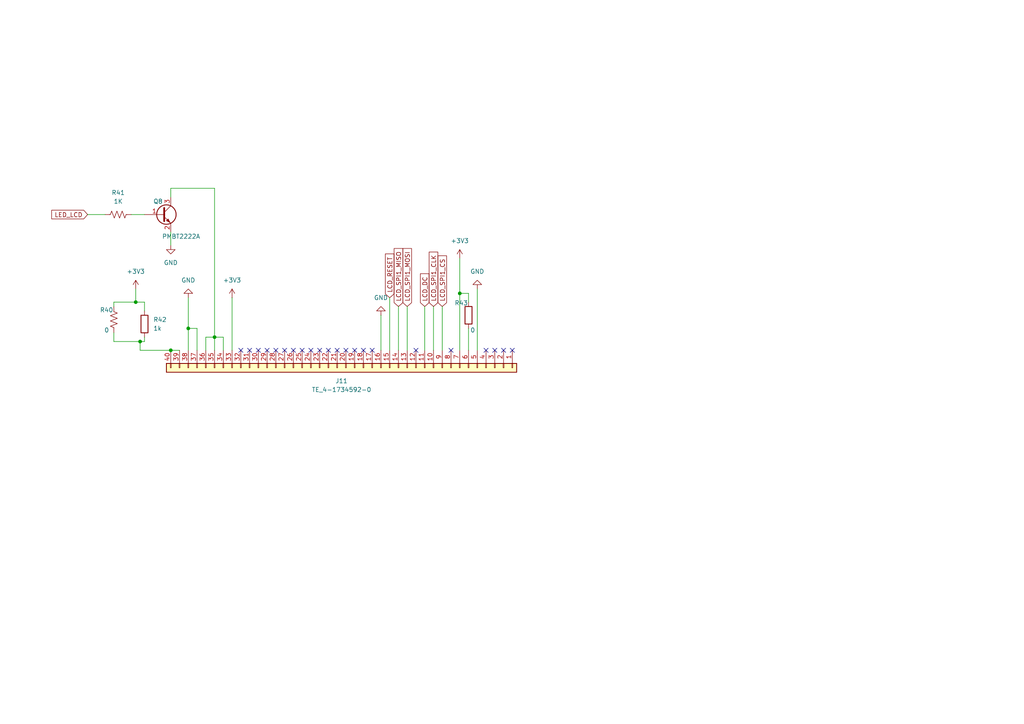
<source format=kicad_sch>
(kicad_sch (version 20250114) (generator "eeschema") (generator_version "9.0")
  (paper "A4")
  (lib_symbols
    (symbol "Connector_Generic:Conn_01x40" (pin_names (offset 1.016) (hide yes))
      (property "Reference" "J" (at 0 50.8 0))
      (property "Value" "Conn_01x40" (at 0 -53.34 0))
      (symbol "Conn_01x40_1_1"
        (rectangle (start -1.27 49.53) (end 1.27 -52.07) (stroke (width 0.254)) (fill (type background)))
        (rectangle (start -1.27 48.387) (end 0 48.133) (stroke (width 0.1524)))
        (rectangle (start -1.27 45.847) (end 0 45.593) (stroke (width 0.1524)))
        (rectangle (start -1.27 43.307) (end 0 43.053) (stroke (width 0.1524)))
        (rectangle (start -1.27 40.767) (end 0 40.513) (stroke (width 0.1524)))
        (rectangle (start -1.27 38.227) (end 0 37.973) (stroke (width 0.1524)))
        (rectangle (start -1.27 35.687) (end 0 35.433) (stroke (width 0.1524)))
        (rectangle (start -1.27 33.147) (end 0 32.893) (stroke (width 0.1524)))
        (rectangle (start -1.27 30.607) (end 0 30.353) (stroke (width 0.1524)))
        (rectangle (start -1.27 28.067) (end 0 27.813) (stroke (width 0.1524)))
        (rectangle (start -1.27 25.527) (end 0 25.273) (stroke (width 0.1524)))
        (rectangle (start -1.27 22.987) (end 0 22.733) (stroke (width 0.1524)))
        (rectangle (start -1.27 20.447) (end 0 20.193) (stroke (width 0.1524)))
        (rectangle (start -1.27 17.907) (end 0 17.653) (stroke (width 0.1524)))
        (rectangle (start -1.27 15.367) (end 0 15.113) (stroke (width 0.1524)))
        (rectangle (start -1.27 12.827) (end 0 12.573) (stroke (width 0.1524)))
        (rectangle (start -1.27 10.287) (end 0 10.033) (stroke (width 0.1524)))
        (rectangle (start -1.27 7.747) (end 0 7.493) (stroke (width 0.1524)))
        (rectangle (start -1.27 5.207) (end 0 4.953) (stroke (width 0.1524)))
        (rectangle (start -1.27 2.667) (end 0 2.413) (stroke (width 0.1524)))
        (rectangle (start -1.27 0.127) (end 0 -0.127) (stroke (width 0.1524)))
        (rectangle (start -1.27 -2.413) (end 0 -2.667) (stroke (width 0.1524)))
        (rectangle (start -1.27 -4.953) (end 0 -5.207) (stroke (width 0.1524)))
        (rectangle (start -1.27 -7.493) (end 0 -7.747) (stroke (width 0.1524)))
        (rectangle (start -1.27 -10.033) (end 0 -10.287) (stroke (width 0.1524)))
        (rectangle (start -1.27 -12.573) (end 0 -12.827) (stroke (width 0.1524)))
        (rectangle (start -1.27 -15.113) (end 0 -15.367) (stroke (width 0.1524)))
        (rectangle (start -1.27 -17.653) (end 0 -17.907) (stroke (width 0.1524)))
        (rectangle (start -1.27 -20.193) (end 0 -20.447) (stroke (width 0.1524)))
        (rectangle (start -1.27 -22.733) (end 0 -22.987) (stroke (width 0.1524)))
        (rectangle (start -1.27 -25.273) (end 0 -25.527) (stroke (width 0.1524)))
        (rectangle (start -1.27 -27.813) (end 0 -28.067) (stroke (width 0.1524)))
        (rectangle (start -1.27 -30.353) (end 0 -30.607) (stroke (width 0.1524)))
        (rectangle (start -1.27 -32.893) (end 0 -33.147) (stroke (width 0.1524)))
        (rectangle (start -1.27 -35.433) (end 0 -35.687) (stroke (width 0.1524)))
        (rectangle (start -1.27 -37.973) (end 0 -38.227) (stroke (width 0.1524)))
        (rectangle (start -1.27 -40.513) (end 0 -40.767) (stroke (width 0.1524)))
        (rectangle (start -1.27 -43.053) (end 0 -43.307) (stroke (width 0.1524)))
        (rectangle (start -1.27 -45.593) (end 0 -45.847) (stroke (width 0.1524)))
        (rectangle (start -1.27 -48.133) (end 0 -48.387) (stroke (width 0.1524)))
        (rectangle (start -1.27 -50.673) (end 0 -50.927) (stroke (width 0.1524)))
        (pin passive line (at -5.08 48.26 0) (length 3.81) (name "Pin_1") (number "1"))
        (pin passive line (at -5.08 45.72 0) (length 3.81) (name "Pin_2") (number "2"))
        (pin passive line (at -5.08 43.18 0) (length 3.81) (name "Pin_3") (number "3"))
        (pin passive line (at -5.08 40.64 0) (length 3.81) (name "Pin_4") (number "4"))
        (pin passive line (at -5.08 38.1 0) (length 3.81) (name "Pin_5") (number "5"))
        (pin passive line (at -5.08 35.56 0) (length 3.81) (name "Pin_6") (number "6"))
        (pin passive line (at -5.08 33.02 0) (length 3.81) (name "Pin_7") (number "7"))
        (pin passive line (at -5.08 30.48 0) (length 3.81) (name "Pin_8") (number "8"))
        (pin passive line (at -5.08 27.94 0) (length 3.81) (name "Pin_9") (number "9"))
        (pin passive line (at -5.08 25.4 0) (length 3.81) (name "Pin_10") (number "10"))
        (pin passive line (at -5.08 22.86 0) (length 3.81) (name "Pin_11") (number "11"))
        (pin passive line (at -5.08 20.32 0) (length 3.81) (name "Pin_12") (number "12"))
        (pin passive line (at -5.08 17.78 0) (length 3.81) (name "Pin_13") (number "13"))
        (pin passive line (at -5.08 15.24 0) (length 3.81) (name "Pin_14") (number "14"))
        (pin passive line (at -5.08 12.7 0) (length 3.81) (name "Pin_15") (number "15"))
        (pin passive line (at -5.08 10.16 0) (length 3.81) (name "Pin_16") (number "16"))
        (pin passive line (at -5.08 7.62 0) (length 3.81) (name "Pin_17") (number "17"))
        (pin passive line (at -5.08 5.08 0) (length 3.81) (name "Pin_18") (number "18"))
        (pin passive line (at -5.08 2.54 0) (length 3.81) (name "Pin_19") (number "19"))
        (pin passive line (at -5.08 0 0) (length 3.81) (name "Pin_20") (number "20"))
        (pin passive line (at -5.08 -2.54 0) (length 3.81) (name "Pin_21") (number "21"))
        (pin passive line (at -5.08 -5.08 0) (length 3.81) (name "Pin_22") (number "22"))
        (pin passive line (at -5.08 -7.62 0) (length 3.81) (name "Pin_23") (number "23"))
        (pin passive line (at -5.08 -10.16 0) (length 3.81) (name "Pin_24") (number "24"))
        (pin passive line (at -5.08 -12.7 0) (length 3.81) (name "Pin_25") (number "25"))
        (pin passive line (at -5.08 -15.24 0) (length 3.81) (name "Pin_26") (number "26"))
        (pin passive line (at -5.08 -17.78 0) (length 3.81) (name "Pin_27") (number "27"))
        (pin passive line (at -5.08 -20.32 0) (length 3.81) (name "Pin_28") (number "28"))
        (pin passive line (at -5.08 -22.86 0) (length 3.81) (name "Pin_29") (number "29"))
        (pin passive line (at -5.08 -25.4 0) (length 3.81) (name "Pin_30") (number "30"))
        (pin passive line (at -5.08 -27.94 0) (length 3.81) (name "Pin_31") (number "31"))
        (pin passive line (at -5.08 -30.48 0) (length 3.81) (name "Pin_32") (number "32"))
        (pin passive line (at -5.08 -33.02 0) (length 3.81) (name "Pin_33") (number "33"))
        (pin passive line (at -5.08 -35.56 0) (length 3.81) (name "Pin_34") (number "34"))
        (pin passive line (at -5.08 -38.1 0) (length 3.81) (name "Pin_35") (number "35"))
        (pin passive line (at -5.08 -40.64 0) (length 3.81) (name "Pin_36") (number "36"))
        (pin passive line (at -5.08 -43.18 0) (length 3.81) (name "Pin_37") (number "37"))
        (pin passive line (at -5.08 -45.72 0) (length 3.81) (name "Pin_38") (number "38"))
        (pin passive line (at -5.08 -48.26 0) (length 3.81) (name "Pin_39") (number "39"))
        (pin passive line (at -5.08 -50.8 0) (length 3.81) (name "Pin_40") (number "40"))
      )
    )
    (symbol "Device:Q_NPN_BEC" (pin_names (offset 0) (hide yes))
      (property "Reference" "Q" (at 5.08 1.27 0))
      (property "Value" "Q_NPN_BEC" (at 5.08 -1.27 0))
      (symbol "Q_NPN_BEC_0_1"
        (polyline (pts (xy 0.635 1.905) (xy 0.635 -1.905) (xy 0.635 -1.905)) (stroke (width 0.508)))
        (polyline (pts (xy 0.635 0.635) (xy 2.54 2.54)))
        (polyline (pts (xy 0.635 -0.635) (xy 2.54 -2.54) (xy 2.54 -2.54)))
        (circle (center 1.27 0) (radius 2.8194) (stroke (width 0.254)))
        (polyline (pts (xy 1.27 -1.778) (xy 1.778 -1.27) (xy 2.286 -2.286) (xy 1.27 -1.778) (xy 1.27 -1.778)) (fill (type outline)))
      )
      (symbol "Q_NPN_BEC_1_1"
        (pin input line (at -5.08 0 0) (length 5.715) (name "B") (number "1"))
        (pin passive line (at 2.54 5.08 270) (length 2.54) (name "C") (number "3"))
        (pin passive line (at 2.54 -5.08 90) (length 2.54) (name "E") (number "2"))
      )
    )
    (symbol "Device:R" (pin_numbers (hide yes)) (pin_names (offset 0))
      (property "Reference" "R" (at 2.032 0 90))
      (property "Value" "R" (at 0 0 90))
      (symbol "R_0_1"
        (rectangle (start -1.016 -2.54) (end 1.016 2.54) (stroke (width 0.254)))
      )
      (symbol "R_1_1"
        (pin passive line (at 0 3.81 270) (length 1.27) (name "~") (number "1"))
        (pin passive line (at 0 -3.81 90) (length 1.27) (name "~") (number "2"))
      )
    )
    (symbol "Device:R_US" (pin_numbers (hide yes)) (pin_names (offset 0))
      (property "Reference" "R" (at 2.54 0 90))
      (property "Value" "R_US" (at -2.54 0 90))
      (symbol "R_US_0_1"
        (polyline (pts (xy 0 2.286) (xy 0 2.54)))
        (polyline (pts (xy 0 2.286) (xy 1.016 1.905) (xy 0 1.524) (xy -1.016 1.143) (xy 0 0.762)))
        (polyline (pts (xy 0 0.762) (xy 1.016 0.381) (xy 0 0) (xy -1.016 -0.381) (xy 0 -0.762)))
        (polyline (pts (xy 0 -0.762) (xy 1.016 -1.143) (xy 0 -1.524) (xy -1.016 -1.905) (xy 0 -2.286)))
        (polyline (pts (xy 0 -2.286) (xy 0 -2.54)))
      )
      (symbol "R_US_1_1"
        (pin passive line (at 0 3.81 270) (length 1.27) (name "~") (number "1"))
        (pin passive line (at 0 -3.81 90) (length 1.27) (name "~") (number "2"))
      )
    )
    (symbol "power:+3V3" (power) (pin_numbers (hide yes)) (pin_names (offset 0) (hide yes))
      (property "Value" "+3V3" (at 0 3.556 0))
      (symbol "+3V3_0_1"
        (polyline (pts (xy -0.762 1.27) (xy 0 2.54)))
        (polyline (pts (xy 0 2.54) (xy 0.762 1.27)))
        (polyline (pts (xy 0 0) (xy 0 2.54)))
      )
      (symbol "+3V3_1_1"
        (pin power_in line (at 0 0 90) (length 0) (name "~") (number "1"))
      )
    )
    (symbol "power:GND" (power) (pin_numbers (hide yes)) (pin_names (offset 0) (hide yes))
      (property "Value" "GND" (at 0 -3.81 0))
      (symbol "GND_0_1"
        (polyline (pts (xy 0 0) (xy 0 -1.27) (xy 1.27 -1.27) (xy 0 -2.54) (xy -1.27 -1.27) (xy 0 -1.27)))
      )
      (symbol "GND_1_1"
        (pin power_in line (at 0 0 270) (length 0) (name "~") (number "1"))
      )
    )
  )
  (junction (at 133.35 85.09))
  (junction (at 62.23 97.79))
  (junction (at 40.64 99.06))
  (junction (at 49.53 101.6))
  (junction (at 54.61 95.25))
  (junction (at 39.37 87.63))
  (no_connect (at 92.71 101.6))
  (no_connect (at 69.85 101.6))
  (no_connect (at 140.97 101.6))
  (no_connect (at 107.95 101.6))
  (no_connect (at 148.59 101.6))
  (no_connect (at 143.51 101.6))
  (no_connect (at 146.05 101.6))
  (no_connect (at 105.41 101.6))
  (no_connect (at 102.87 101.6))
  (no_connect (at 95.25 101.6))
  (no_connect (at 87.63 101.6))
  (no_connect (at 85.09 101.6))
  (no_connect (at 82.55 101.6))
  (no_connect (at 74.93 101.6))
  (no_connect (at 120.65 101.6))
  (no_connect (at 72.39 101.6))
  (no_connect (at 100.33 101.6))
  (no_connect (at 90.17 101.6))
  (no_connect (at 97.79 101.6))
  (no_connect (at 77.47 101.6))
  (no_connect (at 80.01 101.6))
  (no_connect (at 130.81 101.6))
  (wire (pts (xy 67.31 86.36) (xy 67.31 101.6)))
  (wire (pts (xy 138.43 83.82) (xy 138.43 101.6)))
  (wire (pts (xy 115.57 88.9) (xy 115.57 101.6)))
  (wire (pts (xy 125.73 88.9) (xy 125.73 101.6)))
  (wire (pts (xy 38.1 62.23) (xy 41.91 62.23)))
  (wire (pts (xy 123.19 88.9) (xy 123.19 101.6)))
  (wire (pts (xy 62.23 97.79) (xy 62.23 54.61)))
  (wire (pts (xy 59.69 101.6) (xy 59.69 97.79)))
  (wire (pts (xy 135.89 85.09) (xy 133.35 85.09)))
  (wire (pts (xy 62.23 97.79) (xy 62.23 101.6)))
  (wire (pts (xy 59.69 97.79) (xy 62.23 97.79)))
  (wire (pts (xy 40.64 101.6) (xy 40.64 99.06)))
  (wire (pts (xy 135.89 87.63) (xy 135.89 85.09)))
  (wire (pts (xy 128.27 88.9) (xy 128.27 101.6)))
  (wire (pts (xy 62.23 54.61) (xy 49.53 54.61)))
  (wire (pts (xy 62.23 97.79) (xy 64.77 97.79)))
  (wire (pts (xy 54.61 86.36) (xy 54.61 95.25)))
  (wire (pts (xy 113.03 86.36) (xy 113.03 101.6)))
  (wire (pts (xy 52.07 101.6) (xy 49.53 101.6)))
  (wire (pts (xy 33.02 87.63) (xy 33.02 88.9)))
  (wire (pts (xy 33.02 99.06) (xy 33.02 96.52)))
  (wire (pts (xy 49.53 67.31) (xy 49.53 71.12)))
  (wire (pts (xy 64.77 97.79) (xy 64.77 101.6)))
  (wire (pts (xy 25.4 62.23) (xy 30.48 62.23)))
  (wire (pts (xy 39.37 87.63) (xy 39.37 83.82)))
  (wire (pts (xy 49.53 54.61) (xy 49.53 57.15)))
  (wire (pts (xy 57.15 101.6) (xy 57.15 95.25)))
  (wire (pts (xy 41.91 99.06) (xy 41.91 97.79)))
  (wire (pts (xy 135.89 95.25) (xy 135.89 101.6)))
  (wire (pts (xy 41.91 99.06) (xy 40.64 99.06)))
  (wire (pts (xy 49.53 101.6) (xy 40.64 101.6)))
  (wire (pts (xy 133.35 74.93) (xy 133.35 85.09)))
  (wire (pts (xy 39.37 87.63) (xy 41.91 87.63)))
  (wire (pts (xy 54.61 95.25) (xy 54.61 101.6)))
  (wire (pts (xy 118.11 88.9) (xy 118.11 101.6)))
  (wire (pts (xy 57.15 95.25) (xy 54.61 95.25)))
  (wire (pts (xy 33.02 87.63) (xy 39.37 87.63)))
  (wire (pts (xy 133.35 85.09) (xy 133.35 101.6)))
  (wire (pts (xy 41.91 87.63) (xy 41.91 90.17)))
  (wire (pts (xy 110.49 91.44) (xy 110.49 101.6)))
  (wire (pts (xy 33.02 99.06) (xy 40.64 99.06)))
  (global_label "LCD_SPI1_MISO" (shape input) (at 115.57 88.9 90) (property "Intersheetrefs" "${INTERSHEET_REFS}" (effects (hide yes))))
  (global_label "LCD_DC" (shape input) (at 123.19 88.9 90) (property "Intersheetrefs" "${INTERSHEET_REFS}" (effects (hide yes))))
  (global_label "LCD_SPI1_MOSI" (shape input) (at 118.11 88.9 90) (property "Intersheetrefs" "${INTERSHEET_REFS}" (effects (hide yes))))
  (global_label "LCD_RESET" (shape input) (at 113.03 86.36 90) (property "Intersheetrefs" "${INTERSHEET_REFS}" (effects (hide yes))))
  (global_label "LCD_SPI1_CLK" (shape input) (at 125.73 88.9 90) (property "Intersheetrefs" "${INTERSHEET_REFS}" (effects (hide yes))))
  (global_label "LED_LCD" (shape input) (at 25.4 62.23 180) (property "Intersheetrefs" "${INTERSHEET_REFS}" (effects (hide yes))))
  (global_label "LCD_SPI1_CS" (shape input) (at 128.27 88.9 90) (property "Intersheetrefs" "${INTERSHEET_REFS}" (effects (hide yes))))
  (symbol (lib_id "Device:R_US") (at 33.02 92.71 0) (unit 1)
    (property "Reference" "R40" (at 28.956 89.916 0) (effects (justify left)))
    (property "Value" "0" (at 30.226 95.758 0) (effects (justify left)))
    (property "Footprint" "Resistor_SMD:R_0402_1005Metric" (effects (hide yes)))
    (property "Description" "Resistor, US symbol" (effects (hide yes)))
  )
  (symbol (lib_id "Device:Q_NPN_BEC") (at 46.99 62.23 0) (unit 1)
    (property "Reference" "Q8" (at 44.45 58.42 0) (effects (justify left)))
    (property "Value" "PMBT2222A" (at 46.99 68.58 0) (effects (justify left)))
    (property "Footprint" "Package_TO_SOT_SMD:SOT-23" (effects (hide yes)))
    (property "Description" "NPN transistor, base/emitter/collector" (effects (hide yes)))
  )
  (symbol (lib_id "Device:R") (at 41.91 93.98 0) (unit 1)
    (property "Reference" "R42" (at 44.45 92.7099 0) (effects (justify left)))
    (property "Value" "1k" (at 44.45 95.2499 0) (effects (justify left)))
    (property "Footprint" "Resistor_SMD:R_0402_1005Metric" (effects (hide yes)))
    (property "Description" "Resistor" (effects (hide yes)))
  )
  (symbol (lib_id "power:GND") (at 138.43 83.82 180) (unit 1)
    (property "Reference" "#PWR073" (effects (hide yes)))
    (property "Value" "GND" (at 138.43 78.74 0))
    (property "Description" "Power symbol creates a global label with name \"GND\" , ground" (effects (hide yes)))
  )
  (symbol (lib_id "power:+3V3") (at 133.35 74.93 0) (unit 1)
    (property "Reference" "#PWR072" (effects (hide yes)))
    (property "Value" "+3V3" (at 133.35 69.85 0))
    (property "Description" "Power symbol creates a global label with name \"+3V3\"" (effects (hide yes)))
  )
  (symbol (lib_id "power:+3V3") (at 67.31 86.36 0) (unit 1)
    (property "Reference" "#PWR070" (effects (hide yes)))
    (property "Value" "+3V3" (at 67.31 81.28 0))
    (property "Description" "Power symbol creates a global label with name \"+3V3\"" (effects (hide yes)))
  )
  (symbol (lib_id "Connector_Generic:Conn_01x40") (at 100.33 106.68 270) (unit 1)
    (property "Reference" "J11" (at 99.06 110.49 90))
    (property "Value" "TE_4-1734592-0" (at 99.06 113.03 90))
    (property "Footprint" "footprints:TE_4-1734592-0" (effects (hide yes)))
    (property "Description" "Generic connector, single row, 01x40, script generated (kicad-library-utils/schlib/autogen/connector/)" (effects (hide yes)))
  )
  (symbol (lib_id "Device:R") (at 135.89 91.44 0) (unit 1)
    (property "Reference" "R43" (at 131.826 87.884 0) (effects (justify left)))
    (property "Value" "0" (at 136.398 95.758 0) (effects (justify left)))
    (property "Footprint" "Resistor_SMD:R_0402_1005Metric" (effects (hide yes)))
    (property "Description" "Resistor" (effects (hide yes)))
  )
  (symbol (lib_id "Device:R_US") (at 34.29 62.23 90) (unit 1)
    (property "Reference" "R41" (at 34.29 55.88 90))
    (property "Value" "1K" (at 34.29 58.42 90))
    (property "Footprint" "Resistor_SMD:R_0402_1005Metric" (effects (hide yes)))
    (property "Description" "Resistor, US symbol" (effects (hide yes)))
  )
  (symbol (lib_id "power:GND") (at 54.61 86.36 180) (unit 1)
    (property "Reference" "#PWR069" (effects (hide yes)))
    (property "Value" "GND" (at 54.61 81.28 0))
    (property "Description" "Power symbol creates a global label with name \"GND\" , ground" (effects (hide yes)))
  )
  (symbol (lib_id "power:+3V3") (at 39.37 83.82 0) (unit 1)
    (property "Reference" "#PWR067" (effects (hide yes)))
    (property "Value" "+3V3" (at 39.37 78.74 0))
    (property "Description" "Power symbol creates a global label with name \"+3V3\"" (effects (hide yes)))
  )
  (symbol (lib_id "power:GND") (at 110.49 91.44 180) (unit 1)
    (property "Reference" "#PWR071" (effects (hide yes)))
    (property "Value" "GND" (at 110.49 86.36 0))
    (property "Description" "Power symbol creates a global label with name \"GND\" , ground" (effects (hide yes)))
  )
  (symbol (lib_id "power:GND") (at 49.53 71.12 0) (unit 1)
    (property "Reference" "#PWR068" (effects (hide yes)))
    (property "Value" "GND" (at 49.53 76.2 0))
    (property "Description" "Power symbol creates a global label with name \"GND\" , ground" (effects (hide yes)))
  )
)
</source>
